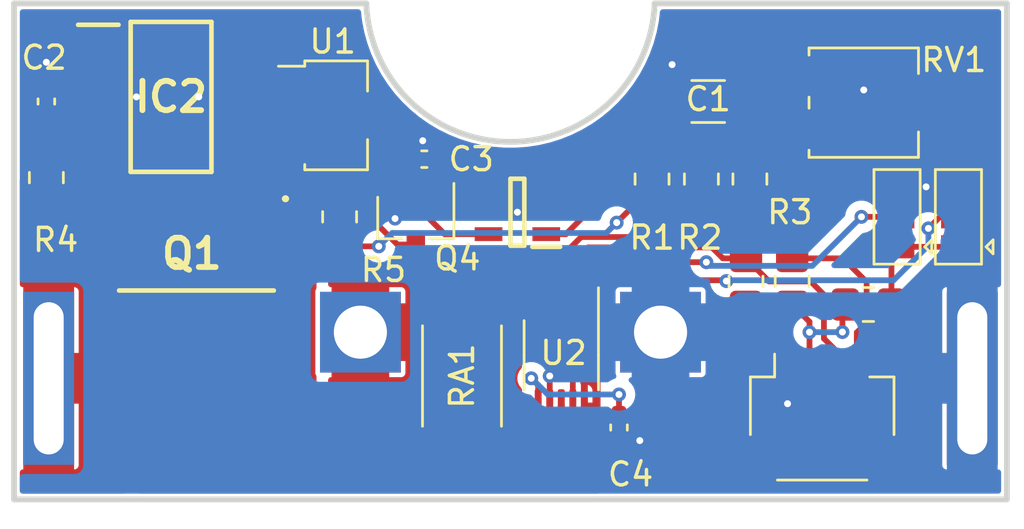
<source format=kicad_pcb>
(kicad_pcb (version 20221018) (generator pcbnew)
  (layers (0 "F.Cu" signal) (31 "B.Cu" signal) (34 "B.Paste" user) (35 "F.Paste" user) (36 "B.SilkS" user "B.Silkscreen") (37 "F.SilkS" user "F.Silkscreen") (38 "B.Mask" user) (39 "F.Mask" user) (44 "Edge.Cuts" user))
  (net 0 "")
  (net 1 "GND")
  (net 2 "+BATT")
  (net 3 "VDD")
  (net 4 "+3.3V")
  (net 5 "Net-(IC1-HTH)")
  (net 6 "Net-(IC1-LTH)")
  (net 7 "Net-(IC1-~{RST})")
  (net 8 "/SDA")
  (net 9 "/SCL")
  (net 10 "Net-(J3-Pin_1)")
  (net 11 "/A0")
  (net 12 "/A1")
  (net 13 "VCC")
  (net 15 "Net-(JP1-A)")
  (net 16 "Net-(Q1-G)")
  (net 17 "Net-(R3-Pad2)")
  (net 18 "Net-(IC2-VIN)")
  (footprint "MIC2779L-1YM5_TR:BatteryHolder" (layer "F.Cu") (at 61.9 35.9)
    (fp_text reference "J2" hide)
    (fp_text value "Conn_01x02_Pin")
    (pad "1" thru_hole rect (at -20 0) (size 2.2 7.5) (drill oval 1.3 6.6) (layers "*.Cu" "*.Mask") (net 2 "+BATT"))
    (pad "2" thru_hole rect (at 20 0) (size 2.2 7.5) (drill oval 1.3 6.6) (layers "*.Cu" "*.Mask") (net 1 "GND"))
  )
  (footprint "Resistor_SMD:R_0805_2012Metric_Pad1.20x1.40mm_HandSolder" (layer "F.Cu") (at 72.26875 27.2625 -90)
    (fp_text reference "R3" (at 1.4375 -1.73125 -180) (layer "F.SilkS"))
    (fp_text value "65k")
    (fp_line (start -0.227064 -0.735) (end 0.227064 -0.735) (stroke (width 0.12)) (layer "F.SilkS"))
    (fp_line (start -0.227064 0.735) (end 0.227064 0.735) (stroke (width 0.12)) (layer "F.SilkS"))
    (pad "1" smd roundrect (at -1 0 270) (size 1.2 1.4) (layers "F.Cu" "F.Paste" "F.Mask") (roundrect_rratio 0.2083333333) (net 5 "Net-(IC1-HTH)"))
    (pad "2" smd roundrect (at 1 0 270) (size 1.2 1.4) (layers "F.Cu" "F.Paste" "F.Mask") (roundrect_rratio 0.2083333333) (net 17 "Net-(R3-Pad2)"))
  )
  (footprint "MIC2779L-1YM5_TR:AZ1084CD50TRG1" (layer "F.Cu") (at 48.3 32.093 180)
    (fp_text reference "Q1" (at 0.2 1.593 180) (layer "F.SilkS") (effects (font (size 1.27 1.27) (thickness 0.254))))
    (fp_text value "DMP4015SK3-13" hide)
    (fp_line (start -3.934 3.977) (end -3.934 3.977) (stroke (width 0.15563)) (layer "F.SilkS"))
    (fp_line (start -3.778 3.977) (end -3.778 3.977) (stroke (width 0.15563)) (layer "F.SilkS"))
    (fp_line (start -3.35 0) (end 3.35 0) (stroke (width 0.2)) (layer "F.SilkS"))
    (fp_arc (start -3.934 3.977) (mid -3.856 3.899) (end -3.778 3.977) (stroke (width 0.15563)) (layer "F.SilkS"))
    (fp_arc (start -3.778 3.977) (mid -3.856 4.055) (end -3.934 3.977) (stroke (width 0.15563)) (layer "F.SilkS"))
    (pad "1" smd rect (at -2.3 2.493 180) (size 1.5 2.5) (layers "F.Cu" "F.Paste" "F.Mask") (net 16 "Net-(Q1-G)"))
    (pad "2" smd rect (at 0 -4.407 270) (size 7 7) (layers "F.Cu" "F.Paste" "F.Mask") (net 13 "VCC"))
    (pad "3" smd rect (at 2.3 2.493 180) (size 1.5 2.5) (layers "F.Cu" "F.Paste" "F.Mask") (net 2 "+BATT"))
  )
  (footprint "Capacitor_SMD:C_0402_1005Metric_Pad0.74x0.62mm_HandSolder" (layer "F.Cu") (at 58.1675 26.4 180)
    (fp_text reference "C3" (at -2.0325 0 180) (layer "F.SilkS"))
    (fp_text value "1uF")
    (fp_line (start -0.115835 -0.36) (end 0.115835 -0.36) (stroke (width 0.12)) (layer "F.SilkS"))
    (fp_line (start -0.115835 0.36) (end 0.115835 0.36) (stroke (width 0.12)) (layer "F.SilkS"))
    (pad "1" smd roundrect (at -0.5675 0 180) (size 0.735 0.62) (layers "F.Cu" "F.Paste" "F.Mask") (net 1 "GND"))
    (pad "2" smd roundrect (at 0.5675 0 180) (size 0.735 0.62) (layers "F.Cu" "F.Paste" "F.Mask") (net 3 "VDD"))
  )
  (footprint "Package_TO_SOT_SMD:SOT-89-3" (layer "F.Cu") (at 54.35 24.5)
    (fp_text reference "U1" (at -0.15 -3.2 180) (layer "F.SilkS"))
    (fp_text value "HT7533; LDI8233-05U")
    (fp_line (start -2.5 -2.13) (end -1.36 -2.13) (stroke (width 0.12)) (layer "F.SilkS"))
    (fp_line (start -1.36 -2.36) (end -1.36 -2.13) (stroke (width 0.12)) (layer "F.SilkS"))
    (fp_line (start -1.36 -2.36) (end 1.36 -2.36) (stroke (width 0.12)) (layer "F.SilkS"))
    (fp_line (start -1.36 2.36) (end -1.36 2.13) (stroke (width 0.12)) (layer "F.SilkS"))
    (fp_line (start 1.36 -2.36) (end 1.36 -1.05) (stroke (width 0.12)) (layer "F.SilkS"))
    (fp_line (start 1.36 1.05) (end 1.36 2.36) (stroke (width 0.12)) (layer "F.SilkS"))
    (fp_line (start 1.36 2.36) (end -1.36 2.36) (stroke (width 0.12)) (layer "F.SilkS"))
    (pad "1" smd rect (at -1.95 -1.5) (size 1.3 0.9) (layers "F.Cu" "F.Paste" "F.Mask") (net 1 "GND"))
    (pad "2" smd custom (at -1.8625 0) (size 1.475 0.9) (layers "F.Cu" "F.Paste" "F.Mask") (net 18 "Net-(IC2-VIN)") (options (clearance outline) (anchor rect)) (primitives (gr_poly (pts (xy 3.8625 0.8665) (xy 0.7375 0.8665) (xy 0.7375 -0.8665) (xy 3.8625 -0.8665)) (width 0) (fill yes))))
    (pad "3" smd rect (at -1.95 1.5) (size 1.3 0.9) (layers "F.Cu" "F.Paste" "F.Mask") (net 3 "VDD"))
  )
  (footprint "Resistor_SMD:R_0805_2012Metric_Pad1.20x1.40mm_HandSolder" (layer "F.Cu") (at 72.1 31.7 90)
    (fp_text reference "R7" hide)
    (fp_text value "4.7k")
    (fp_line (start -0.227064 -0.735) (end 0.227064 -0.735) (stroke (width 0.12)) (layer "F.SilkS"))
    (fp_line (start -0.227064 0.735) (end 0.227064 0.735) (stroke (width 0.12)) (layer "F.SilkS"))
    (pad "1" smd roundrect (at -1 0 90) (size 1.2 1.4) (layers "F.Cu" "F.Paste" "F.Mask") (roundrect_rratio 0.2083333333) (net 4 "+3.3V"))
    (pad "2" smd roundrect (at 1 0 90) (size 1.2 1.4) (layers "F.Cu" "F.Paste" "F.Mask") (roundrect_rratio 0.2083333333) (net 8 "/SDA"))
  )
  (footprint "Resistor_SMD:R_2512_6332Metric_Pad1.40x3.35mm_HandSolder" (layer "F.Cu") (at 59.8 35.8 -90)
    (fp_text reference "RA1" (at 0 0 90) (layer "F.SilkS"))
    (fp_text value "5mOhm 1% 2W")
    (fp_line (start -2.177064 -1.71) (end 2.177064 -1.71) (stroke (width 0.12)) (layer "F.SilkS"))
    (fp_line (start -2.177064 1.71) (end 2.177064 1.71) (stroke (width 0.12)) (layer "F.SilkS"))
    (pad "1" smd roundrect (at -3.05 0 270) (size 1.4 3.35) (layers "F.Cu" "F.Paste" "F.Mask") (roundrect_rratio 0.1785707143) (net 10 "Net-(J3-Pin_1)"))
    (pad "2" smd roundrect (at 3.05 0 270) (size 1.4 3.35) (layers "F.Cu" "F.Paste" "F.Mask") (roundrect_rratio 0.1785707143) (net 13 "VCC"))
  )
  (footprint "Capacitor_SMD:C_0402_1005Metric_Pad0.74x0.62mm_HandSolder" (layer "F.Cu") (at 41.8 23.9 -90)
    (fp_text reference "C2" (at -1.9 0.1 -180) (layer "F.SilkS"))
    (fp_text value "1uF")
    (fp_line (start -0.115835 -0.36) (end 0.115835 -0.36) (stroke (width 0.12)) (layer "F.SilkS"))
    (fp_line (start -0.115835 0.36) (end 0.115835 0.36) (stroke (width 0.12)) (layer "F.SilkS"))
    (pad "1" smd roundrect (at -0.5675 0 270) (size 0.735 0.62) (layers "F.Cu" "F.Paste" "F.Mask") (net 1 "GND"))
    (pad "2" smd roundrect (at 0.5675 0 270) (size 0.735 0.62) (layers "F.Cu" "F.Paste" "F.Mask") (net 18 "Net-(IC2-VIN)"))
  )
  (footprint "Resistor_SMD:R_0805_2012Metric_Pad1.20x1.40mm_HandSolder" (layer "F.Cu") (at 74.1 31.7 90)
    (fp_text reference "R6" hide)
    (fp_text value "4.7k")
    (fp_line (start -0.227064 -0.735) (end 0.227064 -0.735) (stroke (width 0.12)) (layer "F.SilkS"))
    (fp_line (start -0.227064 0.735) (end 0.227064 0.735) (stroke (width 0.12)) (layer "F.SilkS"))
    (pad "1" smd roundrect (at -1 0 90) (size 1.2 1.4) (layers "F.Cu" "F.Paste" "F.Mask") (roundrect_rratio 0.2083333333) (net 4 "+3.3V"))
    (pad "2" smd roundrect (at 1 0 90) (size 1.2 1.4) (layers "F.Cu" "F.Paste" "F.Mask") (roundrect_rratio 0.2083333333) (net 9 "/SCL"))
  )
  (footprint "Resistor_SMD:R_0805_2012Metric_Pad1.20x1.40mm_HandSolder" (layer "F.Cu") (at 68.03125 27.2625 90)
    (fp_text reference "R1" (at -2.5375 0 180) (layer "F.SilkS"))
    (fp_text value "920k 1%")
    (fp_line (start -0.227064 -0.735) (end 0.227064 -0.735) (stroke (width 0.12)) (layer "F.SilkS"))
    (fp_line (start -0.227064 0.735) (end 0.227064 0.735) (stroke (width 0.12)) (layer "F.SilkS"))
    (pad "1" smd roundrect (at -1 0 90) (size 1.2 1.4) (layers "F.Cu" "F.Paste" "F.Mask") (roundrect_rratio 0.2083333333) (net 2 "+BATT"))
    (pad "2" smd roundrect (at 1 0 90) (size 1.2 1.4) (layers "F.Cu" "F.Paste" "F.Mask") (roundrect_rratio 0.2083333333) (net 6 "Net-(IC1-LTH)"))
  )
  (footprint "Package_TO_SOT_SMD:SC-59" (layer "F.Cu") (at 57.8 28.9 -90)
    (fp_text reference "Q4" (at 1.8 -1.8 -180) (layer "F.SilkS"))
    (fp_text value "BS170")
    (fp_line (start -1.45 -1.65) (end 0.95 -1.65) (stroke (width 0.12)) (layer "F.SilkS"))
    (fp_line (start -0.85 1.65) (end 0.95 1.65) (stroke (width 0.12)) (layer "F.SilkS"))
    (fp_line (start 0.95 -1.65) (end 0.95 -0.6) (stroke (width 0.12)) (layer "F.SilkS"))
    (fp_line (start 0.95 1.65) (end 0.95 0.6) (stroke (width 0.12)) (layer "F.SilkS"))
    (pad "1" smd rect (at -1.2 -0.95 270) (size 0.9 0.8) (layers "F.Cu" "F.Paste" "F.Mask") (net 7 "Net-(IC1-~{RST})"))
    (pad "2" smd rect (at -1.2 0.95 270) (size 0.9 0.8) (layers "F.Cu" "F.Paste" "F.Mask") (net 1 "GND"))
    (pad "3" smd rect (at 1.2 0 270) (size 0.9 0.8) (layers "F.Cu" "F.Paste" "F.Mask") (net 16 "Net-(Q1-G)"))
  )
  (footprint "Jumper:SolderJumper-3_P1.3mm_Open_Pad1.0x1.5mm" (layer "F.Cu") (at 78.6425 28.9 90)
    (fp_text reference "JP1" hide)
    (fp_text value "SolderJumper_3_Open")
    (fp_line (start -2.05 -1) (end 2.05 -1) (stroke (width 0.12)) (layer "F.SilkS"))
    (fp_line (start -2.05 1) (end -2.05 -1) (stroke (width 0.12)) (layer "F.SilkS"))
    (fp_line (start -1.6 1.5) (end -1 1.5) (stroke (width 0.12)) (layer "F.SilkS"))
    (fp_line (start -1.3 1.2) (end -1.6 1.5) (stroke (width 0.12)) (layer "F.SilkS"))
    (fp_line (start -1.3 1.2) (end -1 1.5) (stroke (width 0.12)) (layer "F.SilkS"))
    (fp_line (start 2.05 -1) (end 2.05 1) (stroke (width 0.12)) (layer "F.SilkS"))
    (fp_line (start 2.05 1) (end -2.05 1) (stroke (width 0.12)) (layer "F.SilkS"))
    (pad "1" smd rect (at -1.3 0 90) (size 1 1.5) (layers "F.Cu" "F.Mask") (net 15 "Net-(JP1-A)"))
    (pad "2" smd rect (at 0 0 90) (size 1 1.5) (layers "F.Cu" "F.Mask") (net 11 "/A0"))
    (pad "3" smd rect (at 1.3 0 90) (size 1 1.5) (layers "F.Cu" "F.Mask") (net 1 "GND"))
  )
  (footprint "Package_SO:VSSOP-10_3x3mm_P0.5mm" (layer "F.Cu") (at 64.1 34.9 -90)
    (fp_text reference "U2" (at -0.1 -0.1) (layer "F.SilkS"))
    (fp_text value "INA226")
    (fp_line (start 0 -1.61) (end -2.925 -1.61) (stroke (width 0.12)) (layer "F.SilkS"))
    (fp_line (start 0 -1.61) (end 1.5 -1.61) (stroke (width 0.12)) (layer "F.SilkS"))
    (fp_line (start 0 1.61) (end -1.5 1.61) (stroke (width 0.12)) (layer "F.SilkS"))
    (fp_line (start 0 1.61) (end 1.5 1.61) (stroke (width 0.12)) (layer "F.SilkS"))
    (pad "1" smd roundrect (at -2.2 -1 270) (size 1.45 0.3) (layers "F.Cu" "F.Paste" "F.Mask") (net 12 "/A1"))
    (pad "2" smd roundrect (at -2.2 -0.5 270) (size 1.45 0.3) (layers "F.Cu" "F.Paste" "F.Mask") (net 11 "/A0"))
    (pad "3" smd roundrect (at -2.2 0 270) (size 1.45 0.3) (layers "F.Cu" "F.Paste" "F.Mask"))
    (pad "4" smd roundrect (at -2.2 0.5 270) (size 1.45 0.3) (layers "F.Cu" "F.Paste" "F.Mask") (net 8 "/SDA"))
    (pad "5" smd roundrect (at -2.2 1 270) (size 1.45 0.3) (layers "F.Cu" "F.Paste" "F.Mask") (net 9 "/SCL"))
    (pad "6" smd roundrect (at 2.2 1 270) (size 1.45 0.3) (layers "F.Cu" "F.Paste" "F.Mask") (net 4 "+3.3V"))
    (pad "7" smd roundrect (at 2.2 0.5 270) (size 1.45 0.3) (layers "F.Cu" "F.Paste" "F.Mask") (net 1 "GND"))
    (pad "8" smd roundrect (at 2.2 0 270) (size 1.45 0.3) (layers "F.Cu" "F.Paste" "F.Mask") (net 13 "VCC"))
    (pad "9" smd roundrect (at 2.2 -0.5 270) (size 1.45 0.3) (layers "F.Cu" "F.Paste" "F.Mask") (net 10 "Net-(J3-Pin_1)"))
    (pad "10" smd roundrect (at 2.2 -1 270) (size 1.45 0.3) (layers "F.Cu" "F.Paste" "F.Mask") (net 13 "VCC"))
  )
  (footprint "Resistor_SMD:R_0805_2012Metric_Pad1.20x1.40mm_HandSolder" (layer "F.Cu") (at 54.5 28.9 90)
    (fp_text reference "R5" (at -2.3 1.9) (layer "F.SilkS"))
    (fp_text value "50k")
    (fp_line (start -0.227064 -0.735) (end 0.227064 -0.735) (stroke (width 0.12)) (layer "F.SilkS"))
    (fp_line (start -0.227064 0.735) (end 0.227064 0.735) (stroke (width 0.12)) (layer "F.SilkS"))
    (pad "1" smd roundrect (at -1 0 90) (size 1.2 1.4) (layers "F.Cu" "F.Paste" "F.Mask") (roundrect_rratio 0.2083333333) (net 2 "+BATT"))
    (pad "2" smd roundrect (at 1 0 90) (size 1.2 1.4) (layers "F.Cu" "F.Paste" "F.Mask") (roundrect_rratio 0.2083333333) (net 16 "Net-(Q1-G)"))
  )
  (footprint "Capacitor_SMD:C_1206_3216Metric_Pad1.33x1.80mm_HandSolder" (layer "F.Cu") (at 70.4625 23.9 180)
    (fp_text reference "C1" (at 0 0.1 180) (layer "F.SilkS"))
    (fp_text value "10uF")
    (fp_line (start -0.711252 -0.91) (end 0.711252 -0.91) (stroke (width 0.12)) (layer "F.SilkS"))
    (fp_line (start -0.711252 0.91) (end 0.711252 0.91) (stroke (width 0.12)) (layer "F.SilkS"))
    (pad "1" smd roundrect (at -1.5625 0 180) (size 1.325 1.8) (layers "F.Cu" "F.Paste" "F.Mask") (roundrect_rratio 0.1886792453) (net 6 "Net-(IC1-LTH)"))
    (pad "2" smd roundrect (at 1.5625 0 180) (size 1.325 1.8) (layers "F.Cu" "F.Paste" "F.Mask") (roundrect_rratio 0.1886792453) (net 1 "GND"))
  )
  (footprint "Jumper:SolderJumper-3_P1.3mm_Open_Pad1.0x1.5mm" (layer "F.Cu") (at 81.3 28.9 90)
    (fp_text reference "JP2" hide)
    (fp_text value "SolderJumper_3_Open")
    (fp_line (start -2.05 -1) (end 2.05 -1) (stroke (width 0.12)) (layer "F.SilkS"))
    (fp_line (start -2.05 1) (end -2.05 -1) (stroke (width 0.12)) (layer "F.SilkS"))
    (fp_line (start -1.6 1.5) (end -1 1.5) (stroke (width 0.12)) (layer "F.SilkS"))
    (fp_line (start -1.3 1.2) (end -1.6 1.5) (stroke (width 0.12)) (layer "F.SilkS"))
    (fp_line (start -1.3 1.2) (end -1 1.5) (stroke (width 0.12)) (layer "F.SilkS"))
    (fp_line (start 2.05 -1) (end 2.05 1) (stroke (width 0.12)) (layer "F.SilkS"))
    (fp_line (start 2.05 1) (end -2.05 1) (stroke (width 0.12)) (layer "F.SilkS"))
    (pad "1" smd rect (at -1.3 0 90) (size 1 1.5) (layers "F.Cu" "F.Mask") (net 15 "Net-(JP1-A)"))
    (pad "2" smd rect (at 0 0 90) (size 1 1.5) (layers "F.Cu" "F.Mask") (net 12 "/A1"))
    (pad "3" smd rect (at 1.3 0 90) (size 1 1.5) (layers "F.Cu" "F.Mask") (net 1 "GND"))
  )
  (footprint "Potentiometer_SMD:Potentiometer_Bourns_3314J_Vertical" (layer "F.Cu") (at 77.2 23.95 90)
    (fp_text reference "RV1" (at 1.85 3.9 180) (layer "F.SilkS"))
    (fp_text value "20k")
    (fp_line (start -2.37 -2.37) (end -2.37 2.37) (stroke (width 0.12)) (layer "F.SilkS"))
    (fp_line (start -2.37 -2.37) (end -2.06 -2.37) (stroke (width 0.12)) (layer "F.SilkS"))
    (fp_line (start -2.37 2.37) (end -1.27 2.37) (stroke (width 0.12)) (layer "F.SilkS"))
    (fp_line (start -0.24 -2.37) (end 0.24 -2.37) (stroke (width 0.12)) (layer "F.SilkS"))
    (fp_line (start 1.26 2.37) (end 2.37 2.37) (stroke (width 0.12)) (layer "F.SilkS"))
    (fp_line (start 2.06 -2.37) (end 2.37 -2.37) (stroke (width 0.12)) (layer "F.SilkS"))
    (fp_line (start 2.37 -2.37) (end 2.37 2.37) (stroke (width 0.12)) (layer "F.SilkS"))
    (pad "1" smd roundrect (at -1.15 -2 90) (size 1.3 2) (layers "F.Cu" "F.Paste" "F.Mask") (roundrect_rratio 0.1923076923) (net 17 "Net-(R3-Pad2)"))
    (pad "2" smd roundrect (at 0 2 90) (size 2 2) (layers "F.Cu" "F.Paste" "F.Mask") (roundrect_rratio 0.125) (net 1 "GND"))
    (pad "3" smd roundrect (at 1.15 -2 90) (size 1.3 2) (layers "F.Cu" "F.Paste" "F.Mask") (roundrect_rratio 0.1923076923) (net 1 "GND"))
  )
  (footprint "Connector_JST:JST_SH_SM04B-SRSS-TB_1x04-1MP_P1.00mm_Horizontal" (layer "F.Cu") (at 75.4 37.625)
    (fp_text reference "J1" hide)
    (fp_text value "Conn_01x04_Male")
    (fp_line (start -3.11 -1.785) (end -2.06 -1.785) (stroke (width 0.12)) (layer "F.SilkS"))
    (fp_line (start -3.11 0.715) (end -3.11 -1.785) (stroke (width 0.12)) (layer "F.SilkS"))
    (fp_line (start -2.06 -1.785) (end -2.06 -2.775) (stroke (width 0.12)) (layer "F.SilkS"))
    (fp_line (start -1.94 2.685) (end 1.94 2.685) (stroke (width 0.12)) (layer "F.SilkS"))
    (fp_line (start 3.11 -1.785) (end 2.06 -1.785) (stroke (width 0.12)) (layer "F.SilkS"))
    (fp_line (start 3.11 0.715) (end 3.11 -1.785) (stroke (width 0.12)) (layer "F.SilkS"))
    (pad "1" smd roundrect (at -1.5 -2) (size 0.6 1.55) (layers "F.Cu" "F.Paste" "F.Mask") (net 1 "GND"))
    (pad "2" smd roundrect (at -0.5 -2) (size 0.6 1.55) (layers "F.Cu" "F.Paste" "F.Mask") (net 4 "+3.3V"))
    (pad "3" smd roundrect (at 0.5 -2) (size 0.6 1.55) (layers "F.Cu" "F.Paste" "F.Mask") (net 8 "/SDA"))
    (pad "4" smd roundrect (at 1.5 -2) (size 0.6 1.55) (layers "F.Cu" "F.Paste" "F.Mask") (net 9 "/SCL"))
    (pad "MP" smd roundrect (at -2.8 1.875) (size 1.2 1.8) (layers "F.Cu" "F.Paste" "F.Mask") (roundrect_rratio 0.2083333333))
    (pad "MP" smd roundrect (at 2.8 1.875) (size 1.2 1.8) (layers "F.Cu" "F.Paste" "F.Mask") (roundrect_rratio 0.2083333333))
  )
  (footprint "Capacitor_SMD:C_0402_1005Metric_Pad0.74x0.62mm_HandSolder" (layer "F.Cu") (at 66.6 38.0325 -90)
    (fp_text reference "C4" (at 2.0325 -0.5 -180) (layer "F.SilkS"))
    (fp_text value "0.1uF")
    (fp_line (start -0.115835 -0.36) (end 0.115835 -0.36) (stroke (width 0.12)) (layer "F.SilkS"))
    (fp_line (start -0.115835 0.36) (end 0.115835 0.36) (stroke (width 0.12)) (layer "F.SilkS"))
    (pad "1" smd roundrect (at -0.5675 0 270) (size 0.735 0.62) (layers "F.Cu" "F.Paste" "F.Mask") (net 4 "+3.3V"))
    (pad "2" smd roundrect (at 0.5675 0 270) (size 0.735 0.62) (layers "F.Cu" "F.Paste" "F.Mask") (net 1 "GND"))
  )
  (footprint "Resistor_SMD:R_0805_2012Metric_Pad1.20x1.40mm_HandSolder" (layer "F.Cu") (at 70.16875 27.2625 -90)
    (fp_text reference "R2" (at 2.5375 0.06875 -180) (layer "F.SilkS"))
    (fp_text value "5k 1%")
    (fp_line (start -0.227064 -0.735) (end 0.227064 -0.735) (stroke (width 0.12)) (layer "F.SilkS"))
    (fp_line (start -0.227064 0.735) (end 0.227064 0.735) (stroke (width 0.12)) (layer "F.SilkS"))
    (pad "1" smd roundrect (at -1 0 270) (size 1.2 1.4) (layers "F.Cu" "F.Paste" "F.Mask") (roundrect_rratio 0.2083333333) (net 6 "Net-(IC1-LTH)"))
    (pad "2" smd roundrect (at 1 0 270) (size 1.2 1.4) (layers "F.Cu" "F.Paste" "F.Mask") (roundrect_rratio 0.2083333333) (net 5 "Net-(IC1-HTH)"))
  )
  (footprint "MIC2779L-1YM5_TR:BatteryHolderOutput" (layer "F.Cu") (at 61.9 33.9)
    (fp_text reference "J3" hide)
    (fp_text value "Conn_01x02_Pin")
    (pad "1" thru_hole rect (at -6.5 0) (size 3.5 3.5) (drill 2.3) (layers "*.Cu" "*.Mask") (net 10 "Net-(J3-Pin_1)"))
    (pad "2" thru_hole rect (at 6.5 0) (size 3.5 3.5) (drill 2.3) (layers "*.Cu" "*.Mask") (net 1 "GND"))
  )
  (footprint "MCP1790-3302E_DB:SOT230P700X180-4N" (layer "F.Cu") (at 47.2 23.7)
    (fp_text reference "IC2" (at 0 0) (layer "F.SilkS") (effects (font (size 1.27 1.27) (thickness 0.254))))
    (fp_text value "MCP1790-3302E_DB" hide)
    (fp_line (start -4.025 -3.125) (end -2.275 -3.125) (stroke (width 0.2)) (layer "F.SilkS"))
    (fp_line (start -1.75 -3.25) (end 1.75 -3.25) (stroke (width 0.2)) (layer "F.SilkS"))
    (fp_line (start -1.75 3.25) (end -1.75 -3.25) (stroke (width 0.2)) (layer "F.SilkS"))
    (fp_line (start 1.75 -3.25) (end 1.75 3.25) (stroke (width 0.2)) (layer "F.SilkS"))
    (fp_line (start 1.75 3.25) (end -1.75 3.25) (stroke (width 0.2)) (layer "F.SilkS"))
    (pad "1" smd rect (at -3.15 -2.3 90) (size 0.95 1.75) (layers "F.Cu" "F.Paste" "F.Mask") (net 18 "Net-(IC2-VIN)"))
    (pad "2" smd rect (at -3.15 0 90) (size 0.95 1.75) (layers "F.Cu" "F.Paste" "F.Mask") (net 1 "GND"))
    (pad "3" smd rect (at -3.15 2.3 90) (size 0.95 1.75) (layers "F.Cu" "F.Paste" "F.Mask") (net 3 "VDD"))
    (pad "4" smd rect (at 3.15 0) (size 1.75 3.2) (layers "F.Cu" "F.Paste" "F.Mask") (net 1 "GND"))
  )
  (footprint "MIC2779L-1YM5_TR:SOT95P280X145-5N" (layer "F.Cu") (at 62.2 28.7 180)
    (fp_text reference "IC1" hide)
    (fp_text value "MIC2779H-1YM5_TR" hide)
    (fp_line (start -1.85 -1.5) (end -0.65 -1.5) (stroke (width 0.2)) (layer "F.SilkS"))
    (fp_line (start -0.3 -1.45) (end 0.3 -1.45) (stroke (width 0.2)) (layer "F.SilkS"))
    (fp_line (start -0.3 1.45) (end -0.3 -1.45) (stroke (width 0.2)) (layer "F.SilkS"))
    (fp_line (start 0.3 -1.45) (end 0.3 1.45) (stroke (width 0.2)) (layer "F.SilkS"))
    (fp_line (start 0.3 1.45) (end -0.3 1.45) (stroke (width 0.2)) (layer "F.SilkS"))
    (pad "1" smd rect (at -1.25 -0.95 270) (size 0.6 1.2) (layers "F.Cu" "F.Paste" "F.Mask") (net 5 "Net-(IC1-HTH)"))
    (pad "2" smd rect (at -1.25 0 270) (size 0.6 1.2) (layers "F.Cu" "F.Paste" "F.Mask") (net 1 "GND"))
    (pad "3" smd rect (at -1.25 0.95 270) (size 0.6 1.2) (layers "F.Cu" "F.Paste" "F.Mask") (net 6 "Net-(IC1-LTH)"))
    (pad "4" smd rect (at 1.25 0.95 270) (size 0.6 1.2) (layers "F.Cu" "F.Paste" "F.Mask") (net 7 "Net-(IC1-~{RST})"))
    (pad "5" smd rect (at 1.25 -0.95 270) (size 0.6 1.2) (layers "F.Cu" "F.Paste" "F.Mask") (net 3 "VDD"))
  )
  (footprint "Resistor_SMD:R_0805_2012Metric_Pad1.20x1.40mm_HandSolder" (layer "F.Cu") (at 77.4 32.7)
    (fp_text reference "R8" hide)
    (fp_text value "75k")
    (fp_line (start -0.227064 -0.735) (end 0.227064 -0.735) (stroke (width 0.12)) (layer "F.SilkS"))
    (fp_line (start -0.227064 0.735) (end 0.227064 0.735) (stroke (width 0.12)) (layer "F.SilkS"))
    (pad "1" smd roundrect (at -1 0) (size 1.2 1.4) (layers "F.Cu" "F.Paste" "F.Mask") (roundrect_rratio 0.2083333333) (net 4 "+3.3V"))
    (pad "2" smd roundrect (at 1 0) (size 1.2 1.4) (layers "F.Cu" "F.Paste" "F.Mask") (roundrect_rratio 0.2083333333) (net 15 "Net-(JP1-A)"))
  )
  (footprint "Resistor_SMD:R_0805_2012Metric_Pad1.20x1.40mm_HandSolder" (layer "F.Cu") (at 41.8 27.2 90)
    (fp_text reference "R4" (at -2.7 0.4) (layer "F.SilkS"))
    (fp_text value "5")
    (fp_line (start -0.227064 -0.735) (end 0.227064 -0.735) (stroke (width 0.12)) (layer "F.SilkS"))
    (fp_line (start -0.227064 0.735) (end 0.227064 0.735) (stroke (width 0.12)) (layer "F.SilkS"))
    (pad "1" smd roundrect (at -1 0 90) (size 1.2 1.4) (layers "F.Cu" "F.Paste" "F.Mask") (roundrect_rratio 0.2083333333) (net 2 "+BATT"))
    (pad "2" smd roundrect (at 1 0 90) (size 1.2 1.4) (layers "F.Cu" "F.Paste" "F.Mask") (roundrect_rratio 0.2083333333) (net 18 "Net-(IC2-VIN)"))
  )
  (gr_arc (start 68.144998 19.649809) (mid 61.9 25.649809) (end 55.655002 19.649809) (stroke (width 0.25)) (layer "Edge.Cuts"))
  (gr_line (start 40.4 19.649809) (end 40.4 41.149809) (stroke (width 0.25)) (layer "Edge.Cuts"))
  (gr_line (start 83.4 41.149809) (end 83.4 19.649809) (stroke (width 0.25)) (layer "Edge.Cuts"))
  (gr_line (start 83.4 19.649809) (end 68.144998 19.649809) (stroke (width 0.25)) (layer "Edge.Cuts"))
  (gr_line (start 40.4 41.149809) (end 83.4 41.149809) (stroke (width 0.25)) (layer "Edge.Cuts"))
  (gr_line (start 55.655002 19.649809) (end 40.4 19.649809) (stroke (width 0.25)) (layer "Edge.Cuts"))
  (segment (start 52.4 23) (end 51.05 23) (width 0.25) (layer "F.Cu") (net 1))
  (segment (start 58.1 25.6) (end 58.735 26.235) (width 0.25) (layer "F.Cu") (net 1))
  (segment (start 77.2 23.4) (end 76.6 22.8) (width 0.25) (layer "F.Cu") (net 1))
  (segment (start 41.8 22.2) (end 41.8 23.3325) (width 0.25) (layer "F.Cu") (net 1))
  (segment (start 45.7 23.7) (end 44.05 23.7) (width 0.25) (layer "F.Cu") (net 1))
  (segment (start 77.75 23.95) (end 79.2 23.95) (width 0.25) (layer "F.Cu") (net 1))
  (segment (start 73.9 37) (end 73.9 35.625) (width 0.25) (layer "F.Cu") (net 1))
  (segment (start 48.4 23.7) (end 50.35 23.7) (width 0.25) (layer "F.Cu") (net 1))
  (segment (start 79.9 27.6) (end 78.6425 27.6) (width 0.25) (layer "F.Cu") (net 1))
  (segment (start 62.2 28.7) (end 63.45 28.7) (width 0.25) (layer "F.Cu") (net 1))
  (segment (start 77.2 23.4) (end 77.75 23.95) (width 0.25) (layer "F.Cu") (net 1))
  (segment (start 56.85 28.9255) (end 56.85 27.8) (width 0.25) (layer "F.Cu") (net 1))
  (segment (start 63.6 35.8) (end 63.6 37.1) (width 0.25) (layer "F.Cu") (net 1))
  (segment (start 56.9 28.9755) (end 56.85 28.9255) (width 0.25) (layer "F.Cu") (net 1))
  (segment (start 79.9 27.6) (end 81.3 27.6) (width 0.25) (layer "F.Cu") (net 1))
  (segment (start 68.9 22.3) (end 68.9 23.9) (width 0.25) (layer "F.Cu") (net 1))
  (segment (start 51.05 23) (end 50.35 23.7) (width 0.25) (layer "F.Cu") (net 1))
  (segment (start 66.6 38.6) (end 67.5 38.6) (width 0.25) (layer "F.Cu") (net 1))
  (segment (start 58.735 26.235) (end 58.735 26.5) (width 0.25) (layer "F.Cu") (net 1))
  (segment (start 76.6 22.8) (end 75.2 22.8) (width 0.25) (layer "F.Cu") (net 1))
  (via (at 58.1 25.6) (size 0.6) (drill 0.3) (layers "F.Cu" "B.Cu") (net 1))
  (via (at 48.4 23.7) (size 0.6) (drill 0.3) (layers "F.Cu" "B.Cu") (net 1))
  (via (at 67.5 38.6) (size 0.6) (drill 0.3) (layers "F.Cu" "B.Cu") (net 1))
  (via (at 73.9 37) (size 0.6) (drill 0.3) (layers "F.Cu" "B.Cu") (net 1))
  (via (at 45.7 23.7) (size 0.6) (drill 0.3) (layers "F.Cu" "B.Cu") (net 1))
  (via (at 62.2 28.7) (size 0.6) (drill 0.3) (layers "F.Cu" "B.Cu") (net 1))
  (via (at 77.2 23.4) (size 0.6) (drill 0.3) (layers "F.Cu" "B.Cu") (net 1))
  (via (at 79.9 27.6) (size 0.6) (drill 0.3) (layers "F.Cu" "B.Cu") (net 1))
  (via (at 63.6 35.8) (size 0.6) (drill 0.3) (layers "F.Cu" "B.Cu") (net 1))
  (via (at 68.9 22.3) (size 0.6) (drill 0.3) (layers "F.Cu" "B.Cu") (net 1))
  (via (at 56.9 28.9755) (size 0.6) (drill 0.3) (layers "F.Cu" "B.Cu") (net 1))
  (via (at 41.8 22.2) (size 0.6) (drill 0.3) (layers "F.Cu" "B.Cu") (net 1))
  (segment (start 54.320861 30.179139) (end 53.325 31.175) (width 0.25) (layer "F.Cu") (net 2))
  (segment (start 68.03125 28.2625) (end 67.3875 28.2625) (width 0.25) (layer "F.Cu") (net 2))
  (segment (start 56.195961 30.179139) (end 54.320861 30.179139) (width 0.25) (layer "F.Cu") (net 2))
  (segment (start 47.8 29.6) (end 46 29.6) (width 0.25) (layer "F.Cu") (net 2))
  (segment (start 67.3875 28.2625) (end 66.5 29.15) (width 0.25) (layer "F.Cu") (net 2))
  (segment (start 49.375 31.175) (end 47.8 29.6) (width 0.25) (layer "F.Cu") (net 2))
  (segment (start 53.325 31.175) (end 49.375 31.175) (width 0.25) (layer "F.Cu") (net 2))
  (via (at 56.195961 30.179139) (size 0.6) (drill 0.3) (layers "F.Cu" "B.Cu") (net 2))
  (via (at 66.5 29.15) (size 0.6) (drill 0.3) (layers "F.Cu" "B.Cu") (net 2))
  (segment (start 56.195961 30.179139) (end 56.7751 29.6) (width 0.25) (layer "B.Cu") (net 2))
  (segment (start 66.05 29.6) (end 66.5 29.15) (width 0.25) (layer "B.Cu") (net 2))
  (segment (start 56.7751 29.6) (end 66.05 29.6) (width 0.25) (layer "B.Cu") (net 2))
  (segment (start 59.05 29.65) (end 60.95 29.65) (width 0.25) (layer "F.Cu") (net 3))
  (segment (start 52.4 26) (end 56.5 26) (width 0.25) (layer "F.Cu") (net 3))
  (segment (start 56.9 26.4) (end 57.6 26.4) (width 0.25) (layer "F.Cu") (net 3))
  (segment (start 57.6 26.4) (end 57.6 28.2) (width 0.25) (layer "F.Cu") (net 3))
  (segment (start 57.6 28.2) (end 59.05 29.65) (width 0.25) (layer "F.Cu") (net 3))
  (segment (start 52.4 26) (end 44.05 26) (width 0.25) (layer "F.Cu") (net 3))
  (segment (start 56.5 26) (end 56.9 26.4) (width 0.25) (layer "F.Cu") (net 3))
  (segment (start 74.8505 33.9) (end 74.8505 33.4505) (width 0.25) (layer "F.Cu") (net 4))
  (segment (start 72.1 34.35) (end 68.985 37.465) (width 0.25) (layer "F.Cu") (net 4))
  (segment (start 63.1 36.2) (end 63.1 37.1) (width 0.25) (layer "F.Cu") (net 4))
  (segment (start 68.985 37.465) (end 66.6 37.465) (width 0.25) (layer "F.Cu") (net 4))
  (segment (start 74.85 34.55) (end 74.85 35.575) (width 0.25) (layer "F.Cu") (net 4))
  (segment (start 74.8505 33.4505) (end 74.1 32.7) (width 0.25) (layer "F.Cu") (net 4))
  (segment (start 76.275799 33.89384) (end 76.275799 32.824201) (width 0.25) (layer "F.Cu") (net 4))
  (segment (start 74.1 32.7) (end 72.1 32.7) (width 0.25) (layer "F.Cu") (net 4))
  (segment (start 74.8505 34.5495) (end 74.85 34.55) (width 0.25) (layer "F.Cu") (net 4))
  (segment (start 66.6 36.6) (end 66.6 37.465) (width 0.25) (layer "F.Cu") (net 4))
  (segment (start 72.1 32.7) (end 72.1 34.35) (width 0.25) (layer "F.Cu") (net 4))
  (segment (start 74.8505 33.9) (end 74.8505 34.5495) (width 0.25) (layer "F.Cu") (net 4))
  (segment (start 76.275799 32.824201) (end 76.4 32.7) (width 0.25) (layer "F.Cu") (net 4))
  (segment (start 62.8 35.9) (end 63.1 36.2) (width 0.25) (layer "F.Cu") (net 4))
  (via (at 76.275799 33.89384) (size 0.6) (drill 0.3) (layers "F.Cu" "B.Cu") (net 4))
  (via (at 74.8505 33.9) (size 0.6) (drill 0.3) (layers "F.Cu" "B.Cu") (net 4))
  (via (at 62.8 35.9) (size 0.6) (drill 0.3) (layers "F.Cu" "B.Cu") (net 4))
  (via (at 66.6 36.6) (size 0.6) (drill 0.3) (layers "F.Cu" "B.Cu") (net 4))
  (segment (start 76.269639 33.9) (end 76.275799 33.89384) (width 0.25) (layer "B.Cu") (net 4))
  (segment (start 62.816116 35.9) (end 62.8 35.9) (width 0.25) (layer "B.Cu") (net 4))
  (segment (start 66.6 36.6) (end 63.516116 36.6) (width 0.25) (layer "B.Cu") (net 4))
  (segment (start 74.8505 33.9) (end 76.269639 33.9) (width 0.25) (layer "B.Cu") (net 4))
  (segment (start 63.516116 36.6) (end 62.816116 35.9) (width 0.25) (layer "B.Cu") (net 4))
  (segment (start 72.16875 26.2625) (end 70.16875 28.2625) (width 0.25) (layer "F.Cu") (net 5))
  (segment (start 64.3 29.65) (end 66.6125 27.3375) (width 0.25) (layer "F.Cu") (net 5))
  (segment (start 69.24375 27.3375) (end 70.16875 28.2625) (width 0.25) (layer "F.Cu") (net 5))
  (segment (start 66.6125 27.3375) (end 69.24375 27.3375) (width 0.25) (layer "F.Cu") (net 5))
  (segment (start 63.45 29.65) (end 64.3 29.65) (width 0.25) (layer "F.Cu") (net 5))
  (segment (start 68.03125 26.2625) (end 70.16875 26.2625) (width 0.25) (layer "F.Cu") (net 6))
  (segment (start 65.9375 26.2625) (end 64.45 27.75) (width 0.25) (layer "F.Cu") (net 6))
  (segment (start 70.16875 26.2625) (end 70.16875 24.83125) (width 0.25) (layer "F.Cu") (net 6))
  (segment (start 64.45 27.75) (end 63.45 27.75) (width 0.25) (layer "F.Cu") (net 6))
  (segment (start 71.1 23.9) (end 72.025 23.9) (width 0.25) (layer "F.Cu") (net 6))
  (segment (start 68.03125 26.2625) (end 65.9375 26.2625) (width 0.25) (layer "F.Cu") (net 6))
  (segment (start 70.16875 24.83125) (end 71.1 23.9) (width 0.25) (layer "F.Cu") (net 6))
  (segment (start 60.95 27.75) (end 58.75 27.75) (width 0.25) (layer "F.Cu") (net 7))
  (segment (start 71.1 30.7) (end 70.625 30.225) (width 0.25) (layer "F.Cu") (net 8))
  (segment (start 75.9 34.9) (end 75.9 34.6) (width 0.25) (layer "F.Cu") (net 8))
  (segment (start 63.6 31.9) (end 63.6 32.7) (width 0.25) (layer "F.Cu") (net 8))
  (segment (start 74.9 31.7) (end 73.1 31.7) (width 0.25) (layer "F.Cu") (net 8))
  (segment (start 65.275 30.225) (end 63.6 31.9) (width 0.25) (layer "F.Cu") (net 8))
  (segment (start 75.475 34.175) (end 75.475 32.275) (width 0.25) (layer "F.Cu") (net 8))
  (segment (start 75.9 34.6) (end 75.475 34.175) (width 0.25) (layer "F.Cu") (net 8))
  (segment (start 73.1 31.7) (end 72.1 30.7) (width 0.25) (layer "F.Cu") (net 8))
  (segment (start 70.625 30.225) (end 65.275 30.225) (width 0.25) (layer "F.Cu") (net 8))
  (segment (start 75.475 32.275) (end 74.9 31.7) (width 0.25) (layer "F.Cu") (net 8))
  (segment (start 72.1 30.7) (end 71.1 30.7) (width 0.25) (layer "F.Cu") (net 8))
  (segment (start 64.96146 29.775) (end 63.1 31.63646) (width 0.25) (layer "F.Cu") (net 9))
  (segment (start 73.575 29.775) (end 64.96146 29.775) (width 0.25) (layer "F.Cu") (net 9))
  (segment (start 74.1 30.3) (end 73.575 29.775) (width 0.25) (layer "F.Cu") (net 9))
  (segment (start 77.325 33.488173) (end 76.9 33.913173) (width 0.25) (layer "F.Cu") (net 9))
  (segment (start 77.325 31.725) (end 77.325 33.488173) (width 0.25) (layer "F.Cu") (net 9))
  (segment (start 76.3 30.7) (end 77.325 31.725) (width 0.25) (layer "F.Cu") (net 9))
  (segment (start 74.1 30.7) (end 76.3 30.7) (width 0.25) (layer "F.Cu") (net 9))
  (segment (start 63.1 31.63646) (end 63.1 32.7) (width 0.25) (layer "F.Cu") (net 9))
  (segment (start 76.9 33.913173) (end 76.9 34.9) (width 0.25) (layer "F.Cu") (net 9))
  (segment (start 60.8 34.6) (end 59.8 33.6) (width 0.25) (layer "F.Cu") (net 10))
  (segment (start 59.8 33.6) (end 59.8 32.75) (width 0.25) (layer "F.Cu") (net 10))
  (segment (start 64.6 37.1) (end 64.6 35.9) (width 0.25) (layer "F.Cu") (net 10))
  (segment (start 64.6 35.9) (end 63.3 34.6) (width 0.25) (layer "F.Cu") (net 10))
  (segment (start 63.3 34.6) (end 60.8 34.6) (width 0.25) (layer "F.Cu") (net 10))
  (segment (start 77.1 28.9) (end 78.6425 28.9) (width 0.25) (layer "F.Cu") (net 11))
  (segment (start 65.533661 30.866339) (end 64.6 31.8) (width 0.25) (layer "F.Cu") (net 11))
  (segment (start 64.6 31.8) (end 64.6 32.7) (width 0.25) (layer "F.Cu") (net 11))
  (segment (start 70.383161 30.866339) (end 65.533661 30.866339) (width 0.25) (layer "F.Cu") (net 11))
  (via (at 70.383161 30.866339) (size 0.6) (drill 0.3) (layers "F.Cu" "B.Cu") (net 11))
  (via (at 77.1 28.9) (size 0.6) (drill 0.3) (layers "F.Cu" "B.Cu") (net 11))
  (segment (start 74.9755 31.0245) (end 77.1 28.9) (width 0.25) (layer "B.Cu") (net 11))
  (segment (start 70.383161 30.866339) (end 70.541322 31.0245) (width 0.25) (layer "B.Cu") (net 11))
  (segment (start 70.541322 31.0245) (end 74.9755 31.0245) (width 0.25) (layer "B.Cu") (net 11))
  (segment (start 80 29.4) (end 80.5 28.9) (width 0.25) (layer "F.Cu") (net 12))
  (segment (start 71.248392 31.683072) (end 71.21432 31.649) (width 0.25) (layer "F.Cu") (net 12))
  (segment (start 65.387396 31.649) (end 65.1 31.936396) (width 0.25) (layer "F.Cu") (net 12))
  (segment (start 65.1 31.936396) (end 65.1 32.7) (width 0.25) (layer "F.Cu") (net 12))
  (segment (start 80.5 28.9) (end 81.3 28.9) (width 0.25) (layer "F.Cu") (net 12))
  (segment (start 71.21432 31.649) (end 65.387396 31.649) (width 0.25) (layer "F.Cu") (net 12))
  (via (at 80 29.4) (size 0.6) (drill 0.3) (layers "F.Cu" "B.Cu") (net 12))
  (via (at 71.248392 31.683072) (size 0.6) (drill 0.3) (layers "F.Cu" "B.Cu") (net 12))
  (segment (start 71.282464 31.649) (end 71.248392 31.683072) (width 0.25) (layer "B.Cu") (net 12))
  (segment (start 78.4935 31.649) (end 71.282464 31.649) (width 0.25) (layer "B.Cu") (net 12))
  (segment (start 80 30.1425) (end 78.4935 31.649) (width 0.25) (layer "B.Cu") (net 12))
  (segment (start 80 29.4) (end 80 30.1425) (width 0.25) (layer "B.Cu") (net 12))
  (segment (start 78.4 32.8) (end 78.4 30.4425) (width 0.25) (layer "F.Cu") (net 15))
  (segment (start 78.6425 30.2) (end 81.3 30.2) (width 0.25) (layer "F.Cu") (net 15))
  (segment (start 57 30.1) (end 57.8 30.1) (width 0.25) (layer "F.Cu") (net 16))
  (segment (start 53.3 28) (end 54.9 28) (width 0.25) (layer "F.Cu") (net 16))
  (segment (start 54.9 28) (end 57 30.1) (width 0.25) (layer "F.Cu") (net 16))
  (segment (start 51.7 29.6) (end 53.3 28) (width 0.25) (layer "F.Cu") (net 16))
  (segment (start 50.6 29.6) (end 51.7 29.6) (width 0.25) (layer "F.Cu") (net 16))
  (segment (start 73.6375 28.2625) (end 75.2 26.7) (width 0.25) (layer "F.Cu") (net 17))
  (segment (start 75.2 26.7) (end 75.2 25.1) (width 0.25) (layer "F.Cu") (net 17))
  (segment (start 75 25.1) (end 75 25) (width 0.25) (layer "F.Cu") (net 17))
  (segment (start 72.26875 28.2625) (end 73.6375 28.2625) (width 0.25) (layer "F.Cu") (net 17))
  (segment (start 53.8 22.65) (end 53.8 24.5) (width 0.25) (layer "F.Cu") (net 18))
  (segment (start 41.8 24.4675) (end 42.2325 24.4675) (width 0.25) (layer "F.Cu") (net 18))
  (segment (start 41.8 24.4675) (end 41.8 26.2) (width 0.25) (layer "F.Cu") (net 18))
  (segment (start 42.85 22.6) (end 44.05 21.4) (width 0.25) (layer "F.Cu") (net 18))
  (segment (start 44.05 21.4) (end 52.55 21.4) (width 0.25) (layer "F.Cu") (net 18))
  (segment (start 53.8 24.5) (end 52.4875 24.5) (width 0.25) (layer "F.Cu") (net 18))
  (segment (start 42.2325 24.4675) (end 42.85 23.85) (width 0.25) (layer "F.Cu") (net 18))
  (segment (start 42.85 23.85) (end 42.85 22.6) (width 0.25) (layer "F.Cu") (net 18))
  (segment (start 52.55 21.4) (end 53.8 22.65) (width 0.25) (layer "F.Cu") (net 18))
  (zone (net 10) (net_name "Net-(J3-Pin_1)") (layer "F.Cu") (priority 2) (connect_pads (clearance 0.3)) (min_thickness 0.25) (fill yes (thermal_gap 0.2) (thermal_bridge_width 2.5))
    (polygon (pts (xy 54 30.9) (xy 54 36.7) (xy 62.4 36.7) (xy 62.4 30.9)))
  )
  (zone (net 2) (net_name "+BATT") (layer "F.Cu") (priority 2) (connect_pads (clearance 0.4)) (min_thickness 0.25) (fill yes (thermal_gap 0.2) (thermal_bridge_width 5))
    (polygon (pts (xy 39.9 29.6) (xy 39.9 40.9) (xy 45.3 40.9) (xy 45.3 32.7) (xy 48 32.7) (xy 48 27) (xy 39.8 27.2)))
  )
  (zone (net 13) (net_name "VCC") (layer "F.Cu") (priority 1) (connect_pads (clearance 0.2)) (min_thickness 0.25) (fill yes (thermal_gap 0.2) (thermal_bridge_width 3))
    (polygon (pts (xy 62.3 35.9) (xy 62.3 36.7) (xy 53.5 36.7) (xy 53.5 31.6) (xy 44.5 31.6) (xy 44.5 40.9) (xy 65.8 40.9) (xy 65.8 35.9)))
  )
  (zone (net 1) (net_name "GND") (layer "B.Cu") (priority 3) (connect_pads (clearance 0.4)) (min_thickness 0.25) (fill yes (thermal_gap 0.2) (thermal_bridge_width 2.5))
    (polygon (pts (xy 40.3 19.5) (xy 40.347171 41.967032) (xy 83.7 42) (xy 83.7 19.5)))
  )
)
</source>
